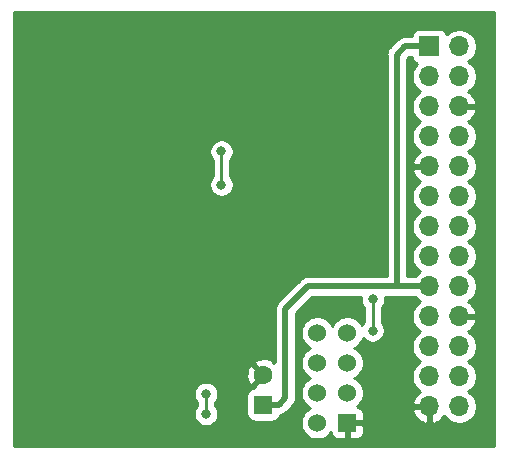
<source format=gbr>
G04 #@! TF.GenerationSoftware,KiCad,Pcbnew,(5.1.5-0-10_14)*
G04 #@! TF.CreationDate,2020-05-04T22:30:03+03:00*
G04 #@! TF.ProjectId,PiGate,50694761-7465-42e6-9b69-6361645f7063,rev?*
G04 #@! TF.SameCoordinates,Original*
G04 #@! TF.FileFunction,Copper,L2,Bot*
G04 #@! TF.FilePolarity,Positive*
%FSLAX46Y46*%
G04 Gerber Fmt 4.6, Leading zero omitted, Abs format (unit mm)*
G04 Created by KiCad (PCBNEW (5.1.5-0-10_14)) date 2020-05-04 22:30:03*
%MOMM*%
%LPD*%
G04 APERTURE LIST*
%ADD10O,1.700000X1.700000*%
%ADD11R,1.700000X1.700000*%
%ADD12C,1.524000*%
%ADD13R,1.524000X1.524000*%
%ADD14C,1.600000*%
%ADD15R,1.600000X1.600000*%
%ADD16C,0.800000*%
%ADD17C,0.250000*%
%ADD18C,0.500000*%
%ADD19C,0.254000*%
G04 APERTURE END LIST*
D10*
X130395302Y-84030000D03*
X127855302Y-84030000D03*
X130395302Y-81490000D03*
X127855302Y-81490000D03*
X130395302Y-78950000D03*
X127855302Y-78950000D03*
X130395302Y-76410000D03*
X127855302Y-76410000D03*
X130395302Y-73870000D03*
X127855302Y-73870000D03*
X130395302Y-71330000D03*
X127855302Y-71330000D03*
X130395302Y-68790000D03*
X127855302Y-68790000D03*
X130395302Y-66250000D03*
X127855302Y-66250000D03*
X130395302Y-63710000D03*
X127855302Y-63710000D03*
X130395302Y-61170000D03*
X127855302Y-61170000D03*
X130395302Y-58630000D03*
X127855302Y-58630000D03*
X130395302Y-56090000D03*
X127855302Y-56090000D03*
X130395302Y-53550000D03*
D11*
X127855302Y-53550000D03*
D12*
X118364000Y-77800200D03*
X120904000Y-77800200D03*
X118364000Y-80340200D03*
X120904000Y-80340200D03*
X118364000Y-82880200D03*
X120904000Y-82880200D03*
X118364000Y-85420200D03*
D13*
X120904000Y-85420200D03*
D14*
X113817400Y-81370800D03*
D15*
X113817400Y-83870800D03*
D16*
X94970600Y-53086000D03*
X116651800Y-55560200D03*
X117563400Y-65672200D03*
X116586000Y-69621400D03*
X108966000Y-84658200D03*
X108966000Y-82956400D03*
X123063000Y-77597000D03*
X123088400Y-74904600D03*
X110261400Y-65252600D03*
X110261400Y-62433200D03*
D17*
X125069600Y-73888600D02*
X117671400Y-73870000D01*
X127855302Y-73870000D02*
X125069600Y-73888600D01*
X125069600Y-54279800D02*
X125069600Y-73888600D01*
X125799400Y-53550000D02*
X125069600Y-54279800D01*
D18*
X115671600Y-75742800D02*
X117475000Y-73939400D01*
X115671600Y-83316600D02*
X115671600Y-75742800D01*
X115117400Y-83870800D02*
X115671600Y-83316600D01*
X113817400Y-83870800D02*
X115117400Y-83870800D01*
D17*
X117671400Y-73870000D02*
X117475000Y-73939400D01*
D18*
X117475000Y-73939400D02*
X117544400Y-73870000D01*
D17*
X125806200Y-53543200D02*
X125799400Y-53550000D01*
D18*
X117544400Y-73870000D02*
X125254200Y-73870000D01*
X125254200Y-73870000D02*
X127855302Y-73870000D01*
X125813000Y-53550000D02*
X127855302Y-53550000D01*
X125806200Y-53543200D02*
X125813000Y-53550000D01*
X125120400Y-73736200D02*
X125120400Y-54229000D01*
X125120400Y-54229000D02*
X125806200Y-53543200D01*
X125254200Y-73870000D02*
X125120400Y-73736200D01*
D17*
X108966000Y-84658200D02*
X108966000Y-82956400D01*
X123063000Y-77597000D02*
X123063000Y-74930000D01*
X123063000Y-74930000D02*
X123088400Y-74904600D01*
X110261400Y-65252600D02*
X110261400Y-62433200D01*
D19*
G36*
X133340001Y-87340000D02*
G01*
X92660000Y-87340000D01*
X92660000Y-82854461D01*
X107931000Y-82854461D01*
X107931000Y-83058339D01*
X107970774Y-83258298D01*
X108048795Y-83446656D01*
X108162063Y-83616174D01*
X108206001Y-83660112D01*
X108206000Y-83954489D01*
X108162063Y-83998426D01*
X108048795Y-84167944D01*
X107970774Y-84356302D01*
X107931000Y-84556261D01*
X107931000Y-84760139D01*
X107970774Y-84960098D01*
X108048795Y-85148456D01*
X108162063Y-85317974D01*
X108306226Y-85462137D01*
X108475744Y-85575405D01*
X108664102Y-85653426D01*
X108864061Y-85693200D01*
X109067939Y-85693200D01*
X109267898Y-85653426D01*
X109456256Y-85575405D01*
X109625774Y-85462137D01*
X109769937Y-85317974D01*
X109883205Y-85148456D01*
X109961226Y-84960098D01*
X110001000Y-84760139D01*
X110001000Y-84556261D01*
X109961226Y-84356302D01*
X109883205Y-84167944D01*
X109769937Y-83998426D01*
X109726000Y-83954489D01*
X109726000Y-83660111D01*
X109769937Y-83616174D01*
X109883205Y-83446656D01*
X109961226Y-83258298D01*
X109998521Y-83070800D01*
X112379328Y-83070800D01*
X112379328Y-84670800D01*
X112391588Y-84795282D01*
X112427898Y-84914980D01*
X112486863Y-85025294D01*
X112566215Y-85121985D01*
X112662906Y-85201337D01*
X112773220Y-85260302D01*
X112892918Y-85296612D01*
X113017400Y-85308872D01*
X114617400Y-85308872D01*
X114741882Y-85296612D01*
X114861580Y-85260302D01*
X114971894Y-85201337D01*
X115068585Y-85121985D01*
X115147937Y-85025294D01*
X115206902Y-84914980D01*
X115243212Y-84795282D01*
X115247945Y-84747225D01*
X115290890Y-84742995D01*
X115457713Y-84692389D01*
X115611459Y-84610211D01*
X115746217Y-84499617D01*
X115773934Y-84465844D01*
X116266645Y-83973133D01*
X116300417Y-83945417D01*
X116411011Y-83810659D01*
X116493189Y-83656913D01*
X116543795Y-83490090D01*
X116556600Y-83360077D01*
X116556600Y-83360067D01*
X116560881Y-83316601D01*
X116556600Y-83273135D01*
X116556600Y-76109378D01*
X117910979Y-74755000D01*
X122062880Y-74755000D01*
X122053400Y-74802661D01*
X122053400Y-75006539D01*
X122093174Y-75206498D01*
X122171195Y-75394856D01*
X122284463Y-75564374D01*
X122303001Y-75582912D01*
X122303000Y-76893289D01*
X122259063Y-76937226D01*
X122145795Y-77106744D01*
X122136231Y-77129832D01*
X121989120Y-76909665D01*
X121794535Y-76715080D01*
X121565727Y-76562195D01*
X121311490Y-76456886D01*
X121041592Y-76403200D01*
X120766408Y-76403200D01*
X120496510Y-76456886D01*
X120242273Y-76562195D01*
X120013465Y-76715080D01*
X119818880Y-76909665D01*
X119665995Y-77138473D01*
X119634000Y-77215715D01*
X119602005Y-77138473D01*
X119449120Y-76909665D01*
X119254535Y-76715080D01*
X119025727Y-76562195D01*
X118771490Y-76456886D01*
X118501592Y-76403200D01*
X118226408Y-76403200D01*
X117956510Y-76456886D01*
X117702273Y-76562195D01*
X117473465Y-76715080D01*
X117278880Y-76909665D01*
X117125995Y-77138473D01*
X117020686Y-77392710D01*
X116967000Y-77662608D01*
X116967000Y-77937792D01*
X117020686Y-78207690D01*
X117125995Y-78461927D01*
X117278880Y-78690735D01*
X117473465Y-78885320D01*
X117702273Y-79038205D01*
X117779515Y-79070200D01*
X117702273Y-79102195D01*
X117473465Y-79255080D01*
X117278880Y-79449665D01*
X117125995Y-79678473D01*
X117020686Y-79932710D01*
X116967000Y-80202608D01*
X116967000Y-80477792D01*
X117020686Y-80747690D01*
X117125995Y-81001927D01*
X117278880Y-81230735D01*
X117473465Y-81425320D01*
X117702273Y-81578205D01*
X117779515Y-81610200D01*
X117702273Y-81642195D01*
X117473465Y-81795080D01*
X117278880Y-81989665D01*
X117125995Y-82218473D01*
X117020686Y-82472710D01*
X116967000Y-82742608D01*
X116967000Y-83017792D01*
X117020686Y-83287690D01*
X117125995Y-83541927D01*
X117278880Y-83770735D01*
X117473465Y-83965320D01*
X117702273Y-84118205D01*
X117779515Y-84150200D01*
X117702273Y-84182195D01*
X117473465Y-84335080D01*
X117278880Y-84529665D01*
X117125995Y-84758473D01*
X117020686Y-85012710D01*
X116967000Y-85282608D01*
X116967000Y-85557792D01*
X117020686Y-85827690D01*
X117125995Y-86081927D01*
X117278880Y-86310735D01*
X117473465Y-86505320D01*
X117702273Y-86658205D01*
X117956510Y-86763514D01*
X118226408Y-86817200D01*
X118501592Y-86817200D01*
X118771490Y-86763514D01*
X119025727Y-86658205D01*
X119254535Y-86505320D01*
X119449120Y-86310735D01*
X119507920Y-86222735D01*
X119516188Y-86306682D01*
X119552498Y-86426380D01*
X119611463Y-86536694D01*
X119690815Y-86633385D01*
X119787506Y-86712737D01*
X119897820Y-86771702D01*
X120017518Y-86808012D01*
X120142000Y-86820272D01*
X120618250Y-86817200D01*
X120777000Y-86658450D01*
X120777000Y-85547200D01*
X121031000Y-85547200D01*
X121031000Y-86658450D01*
X121189750Y-86817200D01*
X121666000Y-86820272D01*
X121790482Y-86808012D01*
X121910180Y-86771702D01*
X122020494Y-86712737D01*
X122117185Y-86633385D01*
X122196537Y-86536694D01*
X122255502Y-86426380D01*
X122291812Y-86306682D01*
X122304072Y-86182200D01*
X122301000Y-85705950D01*
X122142250Y-85547200D01*
X121031000Y-85547200D01*
X120777000Y-85547200D01*
X120757000Y-85547200D01*
X120757000Y-85293200D01*
X120777000Y-85293200D01*
X120777000Y-85273200D01*
X121031000Y-85273200D01*
X121031000Y-85293200D01*
X122142250Y-85293200D01*
X122301000Y-85134450D01*
X122304072Y-84658200D01*
X122291812Y-84533718D01*
X122255502Y-84414020D01*
X122241001Y-84386890D01*
X126413826Y-84386890D01*
X126458477Y-84534099D01*
X126583661Y-84796920D01*
X126757714Y-85030269D01*
X126973947Y-85225178D01*
X127224050Y-85374157D01*
X127498411Y-85471481D01*
X127728302Y-85350814D01*
X127728302Y-84157000D01*
X126535147Y-84157000D01*
X126413826Y-84386890D01*
X122241001Y-84386890D01*
X122196537Y-84303706D01*
X122117185Y-84207015D01*
X122020494Y-84127663D01*
X121910180Y-84068698D01*
X121790482Y-84032388D01*
X121706535Y-84024120D01*
X121794535Y-83965320D01*
X121989120Y-83770735D01*
X122142005Y-83541927D01*
X122247314Y-83287690D01*
X122301000Y-83017792D01*
X122301000Y-82742608D01*
X122247314Y-82472710D01*
X122142005Y-82218473D01*
X121989120Y-81989665D01*
X121794535Y-81795080D01*
X121565727Y-81642195D01*
X121488485Y-81610200D01*
X121565727Y-81578205D01*
X121794535Y-81425320D01*
X121989120Y-81230735D01*
X122142005Y-81001927D01*
X122247314Y-80747690D01*
X122301000Y-80477792D01*
X122301000Y-80202608D01*
X122247314Y-79932710D01*
X122142005Y-79678473D01*
X121989120Y-79449665D01*
X121794535Y-79255080D01*
X121565727Y-79102195D01*
X121488485Y-79070200D01*
X121565727Y-79038205D01*
X121794535Y-78885320D01*
X121989120Y-78690735D01*
X122142005Y-78461927D01*
X122239259Y-78227136D01*
X122259063Y-78256774D01*
X122403226Y-78400937D01*
X122572744Y-78514205D01*
X122761102Y-78592226D01*
X122961061Y-78632000D01*
X123164939Y-78632000D01*
X123364898Y-78592226D01*
X123553256Y-78514205D01*
X123722774Y-78400937D01*
X123866937Y-78256774D01*
X123980205Y-78087256D01*
X124058226Y-77898898D01*
X124098000Y-77698939D01*
X124098000Y-77495061D01*
X124058226Y-77295102D01*
X123980205Y-77106744D01*
X123866937Y-76937226D01*
X123823000Y-76893289D01*
X123823000Y-75633711D01*
X123892337Y-75564374D01*
X124005605Y-75394856D01*
X124083626Y-75206498D01*
X124123400Y-75006539D01*
X124123400Y-74802661D01*
X124113920Y-74755000D01*
X125210731Y-74755000D01*
X125254200Y-74759281D01*
X125297669Y-74755000D01*
X126660646Y-74755000D01*
X126701827Y-74816632D01*
X126908670Y-75023475D01*
X127083062Y-75140000D01*
X126908670Y-75256525D01*
X126701827Y-75463368D01*
X126539312Y-75706589D01*
X126427370Y-75976842D01*
X126370302Y-76263740D01*
X126370302Y-76556260D01*
X126427370Y-76843158D01*
X126539312Y-77113411D01*
X126701827Y-77356632D01*
X126908670Y-77563475D01*
X127083062Y-77680000D01*
X126908670Y-77796525D01*
X126701827Y-78003368D01*
X126539312Y-78246589D01*
X126427370Y-78516842D01*
X126370302Y-78803740D01*
X126370302Y-79096260D01*
X126427370Y-79383158D01*
X126539312Y-79653411D01*
X126701827Y-79896632D01*
X126908670Y-80103475D01*
X127083062Y-80220000D01*
X126908670Y-80336525D01*
X126701827Y-80543368D01*
X126539312Y-80786589D01*
X126427370Y-81056842D01*
X126370302Y-81343740D01*
X126370302Y-81636260D01*
X126427370Y-81923158D01*
X126539312Y-82193411D01*
X126701827Y-82436632D01*
X126908670Y-82643475D01*
X127090836Y-82765195D01*
X126973947Y-82834822D01*
X126757714Y-83029731D01*
X126583661Y-83263080D01*
X126458477Y-83525901D01*
X126413826Y-83673110D01*
X126535147Y-83903000D01*
X127728302Y-83903000D01*
X127728302Y-83883000D01*
X127982302Y-83883000D01*
X127982302Y-83903000D01*
X128002302Y-83903000D01*
X128002302Y-84157000D01*
X127982302Y-84157000D01*
X127982302Y-85350814D01*
X128212193Y-85471481D01*
X128486554Y-85374157D01*
X128736657Y-85225178D01*
X128952890Y-85030269D01*
X129124202Y-84800594D01*
X129241827Y-84976632D01*
X129448670Y-85183475D01*
X129691891Y-85345990D01*
X129962144Y-85457932D01*
X130249042Y-85515000D01*
X130541562Y-85515000D01*
X130828460Y-85457932D01*
X131098713Y-85345990D01*
X131341934Y-85183475D01*
X131548777Y-84976632D01*
X131711292Y-84733411D01*
X131823234Y-84463158D01*
X131880302Y-84176260D01*
X131880302Y-83883740D01*
X131823234Y-83596842D01*
X131711292Y-83326589D01*
X131548777Y-83083368D01*
X131341934Y-82876525D01*
X131167542Y-82760000D01*
X131341934Y-82643475D01*
X131548777Y-82436632D01*
X131711292Y-82193411D01*
X131823234Y-81923158D01*
X131880302Y-81636260D01*
X131880302Y-81343740D01*
X131823234Y-81056842D01*
X131711292Y-80786589D01*
X131548777Y-80543368D01*
X131341934Y-80336525D01*
X131167542Y-80220000D01*
X131341934Y-80103475D01*
X131548777Y-79896632D01*
X131711292Y-79653411D01*
X131823234Y-79383158D01*
X131880302Y-79096260D01*
X131880302Y-78803740D01*
X131823234Y-78516842D01*
X131711292Y-78246589D01*
X131548777Y-78003368D01*
X131341934Y-77796525D01*
X131159768Y-77674805D01*
X131276657Y-77605178D01*
X131492890Y-77410269D01*
X131666943Y-77176920D01*
X131792127Y-76914099D01*
X131836778Y-76766890D01*
X131715457Y-76537000D01*
X130522302Y-76537000D01*
X130522302Y-76557000D01*
X130268302Y-76557000D01*
X130268302Y-76537000D01*
X130248302Y-76537000D01*
X130248302Y-76283000D01*
X130268302Y-76283000D01*
X130268302Y-76263000D01*
X130522302Y-76263000D01*
X130522302Y-76283000D01*
X131715457Y-76283000D01*
X131836778Y-76053110D01*
X131792127Y-75905901D01*
X131666943Y-75643080D01*
X131492890Y-75409731D01*
X131276657Y-75214822D01*
X131159768Y-75145195D01*
X131341934Y-75023475D01*
X131548777Y-74816632D01*
X131711292Y-74573411D01*
X131823234Y-74303158D01*
X131880302Y-74016260D01*
X131880302Y-73723740D01*
X131823234Y-73436842D01*
X131711292Y-73166589D01*
X131548777Y-72923368D01*
X131341934Y-72716525D01*
X131167542Y-72600000D01*
X131341934Y-72483475D01*
X131548777Y-72276632D01*
X131711292Y-72033411D01*
X131823234Y-71763158D01*
X131880302Y-71476260D01*
X131880302Y-71183740D01*
X131823234Y-70896842D01*
X131711292Y-70626589D01*
X131548777Y-70383368D01*
X131341934Y-70176525D01*
X131167542Y-70060000D01*
X131341934Y-69943475D01*
X131548777Y-69736632D01*
X131711292Y-69493411D01*
X131823234Y-69223158D01*
X131880302Y-68936260D01*
X131880302Y-68643740D01*
X131823234Y-68356842D01*
X131711292Y-68086589D01*
X131548777Y-67843368D01*
X131341934Y-67636525D01*
X131167542Y-67520000D01*
X131341934Y-67403475D01*
X131548777Y-67196632D01*
X131711292Y-66953411D01*
X131823234Y-66683158D01*
X131880302Y-66396260D01*
X131880302Y-66103740D01*
X131823234Y-65816842D01*
X131711292Y-65546589D01*
X131548777Y-65303368D01*
X131341934Y-65096525D01*
X131167542Y-64980000D01*
X131341934Y-64863475D01*
X131548777Y-64656632D01*
X131711292Y-64413411D01*
X131823234Y-64143158D01*
X131880302Y-63856260D01*
X131880302Y-63563740D01*
X131823234Y-63276842D01*
X131711292Y-63006589D01*
X131548777Y-62763368D01*
X131341934Y-62556525D01*
X131167542Y-62440000D01*
X131341934Y-62323475D01*
X131548777Y-62116632D01*
X131711292Y-61873411D01*
X131823234Y-61603158D01*
X131880302Y-61316260D01*
X131880302Y-61023740D01*
X131823234Y-60736842D01*
X131711292Y-60466589D01*
X131548777Y-60223368D01*
X131341934Y-60016525D01*
X131159768Y-59894805D01*
X131276657Y-59825178D01*
X131492890Y-59630269D01*
X131666943Y-59396920D01*
X131792127Y-59134099D01*
X131836778Y-58986890D01*
X131715457Y-58757000D01*
X130522302Y-58757000D01*
X130522302Y-58777000D01*
X130268302Y-58777000D01*
X130268302Y-58757000D01*
X130248302Y-58757000D01*
X130248302Y-58503000D01*
X130268302Y-58503000D01*
X130268302Y-58483000D01*
X130522302Y-58483000D01*
X130522302Y-58503000D01*
X131715457Y-58503000D01*
X131836778Y-58273110D01*
X131792127Y-58125901D01*
X131666943Y-57863080D01*
X131492890Y-57629731D01*
X131276657Y-57434822D01*
X131159768Y-57365195D01*
X131341934Y-57243475D01*
X131548777Y-57036632D01*
X131711292Y-56793411D01*
X131823234Y-56523158D01*
X131880302Y-56236260D01*
X131880302Y-55943740D01*
X131823234Y-55656842D01*
X131711292Y-55386589D01*
X131548777Y-55143368D01*
X131341934Y-54936525D01*
X131167542Y-54820000D01*
X131341934Y-54703475D01*
X131548777Y-54496632D01*
X131711292Y-54253411D01*
X131823234Y-53983158D01*
X131880302Y-53696260D01*
X131880302Y-53403740D01*
X131823234Y-53116842D01*
X131711292Y-52846589D01*
X131548777Y-52603368D01*
X131341934Y-52396525D01*
X131098713Y-52234010D01*
X130828460Y-52122068D01*
X130541562Y-52065000D01*
X130249042Y-52065000D01*
X129962144Y-52122068D01*
X129691891Y-52234010D01*
X129448670Y-52396525D01*
X129316815Y-52528380D01*
X129294804Y-52455820D01*
X129235839Y-52345506D01*
X129156487Y-52248815D01*
X129059796Y-52169463D01*
X128949482Y-52110498D01*
X128829784Y-52074188D01*
X128705302Y-52061928D01*
X127005302Y-52061928D01*
X126880820Y-52074188D01*
X126761122Y-52110498D01*
X126650808Y-52169463D01*
X126554117Y-52248815D01*
X126474765Y-52345506D01*
X126415800Y-52455820D01*
X126379490Y-52575518D01*
X126370677Y-52665000D01*
X125918716Y-52665000D01*
X125806200Y-52653919D01*
X125632710Y-52671005D01*
X125465886Y-52721611D01*
X125312141Y-52803789D01*
X125211153Y-52886668D01*
X125211149Y-52886672D01*
X125177383Y-52914383D01*
X125149671Y-52948150D01*
X124525351Y-53572471D01*
X124491584Y-53600183D01*
X124463871Y-53633951D01*
X124463868Y-53633954D01*
X124380990Y-53734941D01*
X124298812Y-53888687D01*
X124248205Y-54055510D01*
X124231119Y-54229000D01*
X124235401Y-54272479D01*
X124235400Y-72985000D01*
X117587865Y-72985000D01*
X117544399Y-72980719D01*
X117500933Y-72985000D01*
X117500923Y-72985000D01*
X117370910Y-72997805D01*
X117204087Y-73048411D01*
X117050341Y-73130589D01*
X116915583Y-73241183D01*
X116887868Y-73274954D01*
X116879959Y-73282863D01*
X116879953Y-73282868D01*
X115076551Y-75086271D01*
X115042784Y-75113983D01*
X115015071Y-75147751D01*
X115015068Y-75147754D01*
X114932190Y-75248741D01*
X114850012Y-75402487D01*
X114799405Y-75569310D01*
X114782319Y-75742800D01*
X114786601Y-75786279D01*
X114786600Y-80301653D01*
X114746770Y-80261823D01*
X114630497Y-80378096D01*
X114558914Y-80134129D01*
X114303404Y-80013229D01*
X114029216Y-79944500D01*
X113746888Y-79930583D01*
X113467270Y-79972013D01*
X113201108Y-80067197D01*
X113075886Y-80134129D01*
X113004303Y-80378098D01*
X113817400Y-81191195D01*
X113831543Y-81177053D01*
X114011148Y-81356658D01*
X113997005Y-81370800D01*
X114011148Y-81384943D01*
X113831543Y-81564548D01*
X113817400Y-81550405D01*
X113004303Y-82363502D01*
X113024615Y-82432728D01*
X113017400Y-82432728D01*
X112892918Y-82444988D01*
X112773220Y-82481298D01*
X112662906Y-82540263D01*
X112566215Y-82619615D01*
X112486863Y-82716306D01*
X112427898Y-82826620D01*
X112391588Y-82946318D01*
X112379328Y-83070800D01*
X109998521Y-83070800D01*
X110001000Y-83058339D01*
X110001000Y-82854461D01*
X109961226Y-82654502D01*
X109883205Y-82466144D01*
X109769937Y-82296626D01*
X109625774Y-82152463D01*
X109456256Y-82039195D01*
X109267898Y-81961174D01*
X109067939Y-81921400D01*
X108864061Y-81921400D01*
X108664102Y-81961174D01*
X108475744Y-82039195D01*
X108306226Y-82152463D01*
X108162063Y-82296626D01*
X108048795Y-82466144D01*
X107970774Y-82654502D01*
X107931000Y-82854461D01*
X92660000Y-82854461D01*
X92660000Y-81441312D01*
X112377183Y-81441312D01*
X112418613Y-81720930D01*
X112513797Y-81987092D01*
X112580729Y-82112314D01*
X112824698Y-82183897D01*
X113637795Y-81370800D01*
X112824698Y-80557703D01*
X112580729Y-80629286D01*
X112459829Y-80884796D01*
X112391100Y-81158984D01*
X112377183Y-81441312D01*
X92660000Y-81441312D01*
X92660000Y-62331261D01*
X109226400Y-62331261D01*
X109226400Y-62535139D01*
X109266174Y-62735098D01*
X109344195Y-62923456D01*
X109457463Y-63092974D01*
X109501401Y-63136912D01*
X109501400Y-64548889D01*
X109457463Y-64592826D01*
X109344195Y-64762344D01*
X109266174Y-64950702D01*
X109226400Y-65150661D01*
X109226400Y-65354539D01*
X109266174Y-65554498D01*
X109344195Y-65742856D01*
X109457463Y-65912374D01*
X109601626Y-66056537D01*
X109771144Y-66169805D01*
X109959502Y-66247826D01*
X110159461Y-66287600D01*
X110363339Y-66287600D01*
X110563298Y-66247826D01*
X110751656Y-66169805D01*
X110921174Y-66056537D01*
X111065337Y-65912374D01*
X111178605Y-65742856D01*
X111256626Y-65554498D01*
X111296400Y-65354539D01*
X111296400Y-65150661D01*
X111256626Y-64950702D01*
X111178605Y-64762344D01*
X111065337Y-64592826D01*
X111021400Y-64548889D01*
X111021400Y-63136911D01*
X111065337Y-63092974D01*
X111178605Y-62923456D01*
X111256626Y-62735098D01*
X111296400Y-62535139D01*
X111296400Y-62331261D01*
X111256626Y-62131302D01*
X111178605Y-61942944D01*
X111065337Y-61773426D01*
X110921174Y-61629263D01*
X110751656Y-61515995D01*
X110563298Y-61437974D01*
X110363339Y-61398200D01*
X110159461Y-61398200D01*
X109959502Y-61437974D01*
X109771144Y-61515995D01*
X109601626Y-61629263D01*
X109457463Y-61773426D01*
X109344195Y-61942944D01*
X109266174Y-62131302D01*
X109226400Y-62331261D01*
X92660000Y-62331261D01*
X92660000Y-50660000D01*
X133340000Y-50660000D01*
X133340001Y-87340000D01*
G37*
X133340001Y-87340000D02*
X92660000Y-87340000D01*
X92660000Y-82854461D01*
X107931000Y-82854461D01*
X107931000Y-83058339D01*
X107970774Y-83258298D01*
X108048795Y-83446656D01*
X108162063Y-83616174D01*
X108206001Y-83660112D01*
X108206000Y-83954489D01*
X108162063Y-83998426D01*
X108048795Y-84167944D01*
X107970774Y-84356302D01*
X107931000Y-84556261D01*
X107931000Y-84760139D01*
X107970774Y-84960098D01*
X108048795Y-85148456D01*
X108162063Y-85317974D01*
X108306226Y-85462137D01*
X108475744Y-85575405D01*
X108664102Y-85653426D01*
X108864061Y-85693200D01*
X109067939Y-85693200D01*
X109267898Y-85653426D01*
X109456256Y-85575405D01*
X109625774Y-85462137D01*
X109769937Y-85317974D01*
X109883205Y-85148456D01*
X109961226Y-84960098D01*
X110001000Y-84760139D01*
X110001000Y-84556261D01*
X109961226Y-84356302D01*
X109883205Y-84167944D01*
X109769937Y-83998426D01*
X109726000Y-83954489D01*
X109726000Y-83660111D01*
X109769937Y-83616174D01*
X109883205Y-83446656D01*
X109961226Y-83258298D01*
X109998521Y-83070800D01*
X112379328Y-83070800D01*
X112379328Y-84670800D01*
X112391588Y-84795282D01*
X112427898Y-84914980D01*
X112486863Y-85025294D01*
X112566215Y-85121985D01*
X112662906Y-85201337D01*
X112773220Y-85260302D01*
X112892918Y-85296612D01*
X113017400Y-85308872D01*
X114617400Y-85308872D01*
X114741882Y-85296612D01*
X114861580Y-85260302D01*
X114971894Y-85201337D01*
X115068585Y-85121985D01*
X115147937Y-85025294D01*
X115206902Y-84914980D01*
X115243212Y-84795282D01*
X115247945Y-84747225D01*
X115290890Y-84742995D01*
X115457713Y-84692389D01*
X115611459Y-84610211D01*
X115746217Y-84499617D01*
X115773934Y-84465844D01*
X116266645Y-83973133D01*
X116300417Y-83945417D01*
X116411011Y-83810659D01*
X116493189Y-83656913D01*
X116543795Y-83490090D01*
X116556600Y-83360077D01*
X116556600Y-83360067D01*
X116560881Y-83316601D01*
X116556600Y-83273135D01*
X116556600Y-76109378D01*
X117910979Y-74755000D01*
X122062880Y-74755000D01*
X122053400Y-74802661D01*
X122053400Y-75006539D01*
X122093174Y-75206498D01*
X122171195Y-75394856D01*
X122284463Y-75564374D01*
X122303001Y-75582912D01*
X122303000Y-76893289D01*
X122259063Y-76937226D01*
X122145795Y-77106744D01*
X122136231Y-77129832D01*
X121989120Y-76909665D01*
X121794535Y-76715080D01*
X121565727Y-76562195D01*
X121311490Y-76456886D01*
X121041592Y-76403200D01*
X120766408Y-76403200D01*
X120496510Y-76456886D01*
X120242273Y-76562195D01*
X120013465Y-76715080D01*
X119818880Y-76909665D01*
X119665995Y-77138473D01*
X119634000Y-77215715D01*
X119602005Y-77138473D01*
X119449120Y-76909665D01*
X119254535Y-76715080D01*
X119025727Y-76562195D01*
X118771490Y-76456886D01*
X118501592Y-76403200D01*
X118226408Y-76403200D01*
X117956510Y-76456886D01*
X117702273Y-76562195D01*
X117473465Y-76715080D01*
X117278880Y-76909665D01*
X117125995Y-77138473D01*
X117020686Y-77392710D01*
X116967000Y-77662608D01*
X116967000Y-77937792D01*
X117020686Y-78207690D01*
X117125995Y-78461927D01*
X117278880Y-78690735D01*
X117473465Y-78885320D01*
X117702273Y-79038205D01*
X117779515Y-79070200D01*
X117702273Y-79102195D01*
X117473465Y-79255080D01*
X117278880Y-79449665D01*
X117125995Y-79678473D01*
X117020686Y-79932710D01*
X116967000Y-80202608D01*
X116967000Y-80477792D01*
X117020686Y-80747690D01*
X117125995Y-81001927D01*
X117278880Y-81230735D01*
X117473465Y-81425320D01*
X117702273Y-81578205D01*
X117779515Y-81610200D01*
X117702273Y-81642195D01*
X117473465Y-81795080D01*
X117278880Y-81989665D01*
X117125995Y-82218473D01*
X117020686Y-82472710D01*
X116967000Y-82742608D01*
X116967000Y-83017792D01*
X117020686Y-83287690D01*
X117125995Y-83541927D01*
X117278880Y-83770735D01*
X117473465Y-83965320D01*
X117702273Y-84118205D01*
X117779515Y-84150200D01*
X117702273Y-84182195D01*
X117473465Y-84335080D01*
X117278880Y-84529665D01*
X117125995Y-84758473D01*
X117020686Y-85012710D01*
X116967000Y-85282608D01*
X116967000Y-85557792D01*
X117020686Y-85827690D01*
X117125995Y-86081927D01*
X117278880Y-86310735D01*
X117473465Y-86505320D01*
X117702273Y-86658205D01*
X117956510Y-86763514D01*
X118226408Y-86817200D01*
X118501592Y-86817200D01*
X118771490Y-86763514D01*
X119025727Y-86658205D01*
X119254535Y-86505320D01*
X119449120Y-86310735D01*
X119507920Y-86222735D01*
X119516188Y-86306682D01*
X119552498Y-86426380D01*
X119611463Y-86536694D01*
X119690815Y-86633385D01*
X119787506Y-86712737D01*
X119897820Y-86771702D01*
X120017518Y-86808012D01*
X120142000Y-86820272D01*
X120618250Y-86817200D01*
X120777000Y-86658450D01*
X120777000Y-85547200D01*
X121031000Y-85547200D01*
X121031000Y-86658450D01*
X121189750Y-86817200D01*
X121666000Y-86820272D01*
X121790482Y-86808012D01*
X121910180Y-86771702D01*
X122020494Y-86712737D01*
X122117185Y-86633385D01*
X122196537Y-86536694D01*
X122255502Y-86426380D01*
X122291812Y-86306682D01*
X122304072Y-86182200D01*
X122301000Y-85705950D01*
X122142250Y-85547200D01*
X121031000Y-85547200D01*
X120777000Y-85547200D01*
X120757000Y-85547200D01*
X120757000Y-85293200D01*
X120777000Y-85293200D01*
X120777000Y-85273200D01*
X121031000Y-85273200D01*
X121031000Y-85293200D01*
X122142250Y-85293200D01*
X122301000Y-85134450D01*
X122304072Y-84658200D01*
X122291812Y-84533718D01*
X122255502Y-84414020D01*
X122241001Y-84386890D01*
X126413826Y-84386890D01*
X126458477Y-84534099D01*
X126583661Y-84796920D01*
X126757714Y-85030269D01*
X126973947Y-85225178D01*
X127224050Y-85374157D01*
X127498411Y-85471481D01*
X127728302Y-85350814D01*
X127728302Y-84157000D01*
X126535147Y-84157000D01*
X126413826Y-84386890D01*
X122241001Y-84386890D01*
X122196537Y-84303706D01*
X122117185Y-84207015D01*
X122020494Y-84127663D01*
X121910180Y-84068698D01*
X121790482Y-84032388D01*
X121706535Y-84024120D01*
X121794535Y-83965320D01*
X121989120Y-83770735D01*
X122142005Y-83541927D01*
X122247314Y-83287690D01*
X122301000Y-83017792D01*
X122301000Y-82742608D01*
X122247314Y-82472710D01*
X122142005Y-82218473D01*
X121989120Y-81989665D01*
X121794535Y-81795080D01*
X121565727Y-81642195D01*
X121488485Y-81610200D01*
X121565727Y-81578205D01*
X121794535Y-81425320D01*
X121989120Y-81230735D01*
X122142005Y-81001927D01*
X122247314Y-80747690D01*
X122301000Y-80477792D01*
X122301000Y-80202608D01*
X122247314Y-79932710D01*
X122142005Y-79678473D01*
X121989120Y-79449665D01*
X121794535Y-79255080D01*
X121565727Y-79102195D01*
X121488485Y-79070200D01*
X121565727Y-79038205D01*
X121794535Y-78885320D01*
X121989120Y-78690735D01*
X122142005Y-78461927D01*
X122239259Y-78227136D01*
X122259063Y-78256774D01*
X122403226Y-78400937D01*
X122572744Y-78514205D01*
X122761102Y-78592226D01*
X122961061Y-78632000D01*
X123164939Y-78632000D01*
X123364898Y-78592226D01*
X123553256Y-78514205D01*
X123722774Y-78400937D01*
X123866937Y-78256774D01*
X123980205Y-78087256D01*
X124058226Y-77898898D01*
X124098000Y-77698939D01*
X124098000Y-77495061D01*
X124058226Y-77295102D01*
X123980205Y-77106744D01*
X123866937Y-76937226D01*
X123823000Y-76893289D01*
X123823000Y-75633711D01*
X123892337Y-75564374D01*
X124005605Y-75394856D01*
X124083626Y-75206498D01*
X124123400Y-75006539D01*
X124123400Y-74802661D01*
X124113920Y-74755000D01*
X125210731Y-74755000D01*
X125254200Y-74759281D01*
X125297669Y-74755000D01*
X126660646Y-74755000D01*
X126701827Y-74816632D01*
X126908670Y-75023475D01*
X127083062Y-75140000D01*
X126908670Y-75256525D01*
X126701827Y-75463368D01*
X126539312Y-75706589D01*
X126427370Y-75976842D01*
X126370302Y-76263740D01*
X126370302Y-76556260D01*
X126427370Y-76843158D01*
X126539312Y-77113411D01*
X126701827Y-77356632D01*
X126908670Y-77563475D01*
X127083062Y-77680000D01*
X126908670Y-77796525D01*
X126701827Y-78003368D01*
X126539312Y-78246589D01*
X126427370Y-78516842D01*
X126370302Y-78803740D01*
X126370302Y-79096260D01*
X126427370Y-79383158D01*
X126539312Y-79653411D01*
X126701827Y-79896632D01*
X126908670Y-80103475D01*
X127083062Y-80220000D01*
X126908670Y-80336525D01*
X126701827Y-80543368D01*
X126539312Y-80786589D01*
X126427370Y-81056842D01*
X126370302Y-81343740D01*
X126370302Y-81636260D01*
X126427370Y-81923158D01*
X126539312Y-82193411D01*
X126701827Y-82436632D01*
X126908670Y-82643475D01*
X127090836Y-82765195D01*
X126973947Y-82834822D01*
X126757714Y-83029731D01*
X126583661Y-83263080D01*
X126458477Y-83525901D01*
X126413826Y-83673110D01*
X126535147Y-83903000D01*
X127728302Y-83903000D01*
X127728302Y-83883000D01*
X127982302Y-83883000D01*
X127982302Y-83903000D01*
X128002302Y-83903000D01*
X128002302Y-84157000D01*
X127982302Y-84157000D01*
X127982302Y-85350814D01*
X128212193Y-85471481D01*
X128486554Y-85374157D01*
X128736657Y-85225178D01*
X128952890Y-85030269D01*
X129124202Y-84800594D01*
X129241827Y-84976632D01*
X129448670Y-85183475D01*
X129691891Y-85345990D01*
X129962144Y-85457932D01*
X130249042Y-85515000D01*
X130541562Y-85515000D01*
X130828460Y-85457932D01*
X131098713Y-85345990D01*
X131341934Y-85183475D01*
X131548777Y-84976632D01*
X131711292Y-84733411D01*
X131823234Y-84463158D01*
X131880302Y-84176260D01*
X131880302Y-83883740D01*
X131823234Y-83596842D01*
X131711292Y-83326589D01*
X131548777Y-83083368D01*
X131341934Y-82876525D01*
X131167542Y-82760000D01*
X131341934Y-82643475D01*
X131548777Y-82436632D01*
X131711292Y-82193411D01*
X131823234Y-81923158D01*
X131880302Y-81636260D01*
X131880302Y-81343740D01*
X131823234Y-81056842D01*
X131711292Y-80786589D01*
X131548777Y-80543368D01*
X131341934Y-80336525D01*
X131167542Y-80220000D01*
X131341934Y-80103475D01*
X131548777Y-79896632D01*
X131711292Y-79653411D01*
X131823234Y-79383158D01*
X131880302Y-79096260D01*
X131880302Y-78803740D01*
X131823234Y-78516842D01*
X131711292Y-78246589D01*
X131548777Y-78003368D01*
X131341934Y-77796525D01*
X131159768Y-77674805D01*
X131276657Y-77605178D01*
X131492890Y-77410269D01*
X131666943Y-77176920D01*
X131792127Y-76914099D01*
X131836778Y-76766890D01*
X131715457Y-76537000D01*
X130522302Y-76537000D01*
X130522302Y-76557000D01*
X130268302Y-76557000D01*
X130268302Y-76537000D01*
X130248302Y-76537000D01*
X130248302Y-76283000D01*
X130268302Y-76283000D01*
X130268302Y-76263000D01*
X130522302Y-76263000D01*
X130522302Y-76283000D01*
X131715457Y-76283000D01*
X131836778Y-76053110D01*
X131792127Y-75905901D01*
X131666943Y-75643080D01*
X131492890Y-75409731D01*
X131276657Y-75214822D01*
X131159768Y-75145195D01*
X131341934Y-75023475D01*
X131548777Y-74816632D01*
X131711292Y-74573411D01*
X131823234Y-74303158D01*
X131880302Y-74016260D01*
X131880302Y-73723740D01*
X131823234Y-73436842D01*
X131711292Y-73166589D01*
X131548777Y-72923368D01*
X131341934Y-72716525D01*
X131167542Y-72600000D01*
X131341934Y-72483475D01*
X131548777Y-72276632D01*
X131711292Y-72033411D01*
X131823234Y-71763158D01*
X131880302Y-71476260D01*
X131880302Y-71183740D01*
X131823234Y-70896842D01*
X131711292Y-70626589D01*
X131548777Y-70383368D01*
X131341934Y-70176525D01*
X131167542Y-70060000D01*
X131341934Y-69943475D01*
X131548777Y-69736632D01*
X131711292Y-69493411D01*
X131823234Y-69223158D01*
X131880302Y-68936260D01*
X131880302Y-68643740D01*
X131823234Y-68356842D01*
X131711292Y-68086589D01*
X131548777Y-67843368D01*
X131341934Y-67636525D01*
X131167542Y-67520000D01*
X131341934Y-67403475D01*
X131548777Y-67196632D01*
X131711292Y-66953411D01*
X131823234Y-66683158D01*
X131880302Y-66396260D01*
X131880302Y-66103740D01*
X131823234Y-65816842D01*
X131711292Y-65546589D01*
X131548777Y-65303368D01*
X131341934Y-65096525D01*
X131167542Y-64980000D01*
X131341934Y-64863475D01*
X131548777Y-64656632D01*
X131711292Y-64413411D01*
X131823234Y-64143158D01*
X131880302Y-63856260D01*
X131880302Y-63563740D01*
X131823234Y-63276842D01*
X131711292Y-63006589D01*
X131548777Y-62763368D01*
X131341934Y-62556525D01*
X131167542Y-62440000D01*
X131341934Y-62323475D01*
X131548777Y-62116632D01*
X131711292Y-61873411D01*
X131823234Y-61603158D01*
X131880302Y-61316260D01*
X131880302Y-61023740D01*
X131823234Y-60736842D01*
X131711292Y-60466589D01*
X131548777Y-60223368D01*
X131341934Y-60016525D01*
X131159768Y-59894805D01*
X131276657Y-59825178D01*
X131492890Y-59630269D01*
X131666943Y-59396920D01*
X131792127Y-59134099D01*
X131836778Y-58986890D01*
X131715457Y-58757000D01*
X130522302Y-58757000D01*
X130522302Y-58777000D01*
X130268302Y-58777000D01*
X130268302Y-58757000D01*
X130248302Y-58757000D01*
X130248302Y-58503000D01*
X130268302Y-58503000D01*
X130268302Y-58483000D01*
X130522302Y-58483000D01*
X130522302Y-58503000D01*
X131715457Y-58503000D01*
X131836778Y-58273110D01*
X131792127Y-58125901D01*
X131666943Y-57863080D01*
X131492890Y-57629731D01*
X131276657Y-57434822D01*
X131159768Y-57365195D01*
X131341934Y-57243475D01*
X131548777Y-57036632D01*
X131711292Y-56793411D01*
X131823234Y-56523158D01*
X131880302Y-56236260D01*
X131880302Y-55943740D01*
X131823234Y-55656842D01*
X131711292Y-55386589D01*
X131548777Y-55143368D01*
X131341934Y-54936525D01*
X131167542Y-54820000D01*
X131341934Y-54703475D01*
X131548777Y-54496632D01*
X131711292Y-54253411D01*
X131823234Y-53983158D01*
X131880302Y-53696260D01*
X131880302Y-53403740D01*
X131823234Y-53116842D01*
X131711292Y-52846589D01*
X131548777Y-52603368D01*
X131341934Y-52396525D01*
X131098713Y-52234010D01*
X130828460Y-52122068D01*
X130541562Y-52065000D01*
X130249042Y-52065000D01*
X129962144Y-52122068D01*
X129691891Y-52234010D01*
X129448670Y-52396525D01*
X129316815Y-52528380D01*
X129294804Y-52455820D01*
X129235839Y-52345506D01*
X129156487Y-52248815D01*
X129059796Y-52169463D01*
X128949482Y-52110498D01*
X128829784Y-52074188D01*
X128705302Y-52061928D01*
X127005302Y-52061928D01*
X126880820Y-52074188D01*
X126761122Y-52110498D01*
X126650808Y-52169463D01*
X126554117Y-52248815D01*
X126474765Y-52345506D01*
X126415800Y-52455820D01*
X126379490Y-52575518D01*
X126370677Y-52665000D01*
X125918716Y-52665000D01*
X125806200Y-52653919D01*
X125632710Y-52671005D01*
X125465886Y-52721611D01*
X125312141Y-52803789D01*
X125211153Y-52886668D01*
X125211149Y-52886672D01*
X125177383Y-52914383D01*
X125149671Y-52948150D01*
X124525351Y-53572471D01*
X124491584Y-53600183D01*
X124463871Y-53633951D01*
X124463868Y-53633954D01*
X124380990Y-53734941D01*
X124298812Y-53888687D01*
X124248205Y-54055510D01*
X124231119Y-54229000D01*
X124235401Y-54272479D01*
X124235400Y-72985000D01*
X117587865Y-72985000D01*
X117544399Y-72980719D01*
X117500933Y-72985000D01*
X117500923Y-72985000D01*
X117370910Y-72997805D01*
X117204087Y-73048411D01*
X117050341Y-73130589D01*
X116915583Y-73241183D01*
X116887868Y-73274954D01*
X116879959Y-73282863D01*
X116879953Y-73282868D01*
X115076551Y-75086271D01*
X115042784Y-75113983D01*
X115015071Y-75147751D01*
X115015068Y-75147754D01*
X114932190Y-75248741D01*
X114850012Y-75402487D01*
X114799405Y-75569310D01*
X114782319Y-75742800D01*
X114786601Y-75786279D01*
X114786600Y-80301653D01*
X114746770Y-80261823D01*
X114630497Y-80378096D01*
X114558914Y-80134129D01*
X114303404Y-80013229D01*
X114029216Y-79944500D01*
X113746888Y-79930583D01*
X113467270Y-79972013D01*
X113201108Y-80067197D01*
X113075886Y-80134129D01*
X113004303Y-80378098D01*
X113817400Y-81191195D01*
X113831543Y-81177053D01*
X114011148Y-81356658D01*
X113997005Y-81370800D01*
X114011148Y-81384943D01*
X113831543Y-81564548D01*
X113817400Y-81550405D01*
X113004303Y-82363502D01*
X113024615Y-82432728D01*
X113017400Y-82432728D01*
X112892918Y-82444988D01*
X112773220Y-82481298D01*
X112662906Y-82540263D01*
X112566215Y-82619615D01*
X112486863Y-82716306D01*
X112427898Y-82826620D01*
X112391588Y-82946318D01*
X112379328Y-83070800D01*
X109998521Y-83070800D01*
X110001000Y-83058339D01*
X110001000Y-82854461D01*
X109961226Y-82654502D01*
X109883205Y-82466144D01*
X109769937Y-82296626D01*
X109625774Y-82152463D01*
X109456256Y-82039195D01*
X109267898Y-81961174D01*
X109067939Y-81921400D01*
X108864061Y-81921400D01*
X108664102Y-81961174D01*
X108475744Y-82039195D01*
X108306226Y-82152463D01*
X108162063Y-82296626D01*
X108048795Y-82466144D01*
X107970774Y-82654502D01*
X107931000Y-82854461D01*
X92660000Y-82854461D01*
X92660000Y-81441312D01*
X112377183Y-81441312D01*
X112418613Y-81720930D01*
X112513797Y-81987092D01*
X112580729Y-82112314D01*
X112824698Y-82183897D01*
X113637795Y-81370800D01*
X112824698Y-80557703D01*
X112580729Y-80629286D01*
X112459829Y-80884796D01*
X112391100Y-81158984D01*
X112377183Y-81441312D01*
X92660000Y-81441312D01*
X92660000Y-62331261D01*
X109226400Y-62331261D01*
X109226400Y-62535139D01*
X109266174Y-62735098D01*
X109344195Y-62923456D01*
X109457463Y-63092974D01*
X109501401Y-63136912D01*
X109501400Y-64548889D01*
X109457463Y-64592826D01*
X109344195Y-64762344D01*
X109266174Y-64950702D01*
X109226400Y-65150661D01*
X109226400Y-65354539D01*
X109266174Y-65554498D01*
X109344195Y-65742856D01*
X109457463Y-65912374D01*
X109601626Y-66056537D01*
X109771144Y-66169805D01*
X109959502Y-66247826D01*
X110159461Y-66287600D01*
X110363339Y-66287600D01*
X110563298Y-66247826D01*
X110751656Y-66169805D01*
X110921174Y-66056537D01*
X111065337Y-65912374D01*
X111178605Y-65742856D01*
X111256626Y-65554498D01*
X111296400Y-65354539D01*
X111296400Y-65150661D01*
X111256626Y-64950702D01*
X111178605Y-64762344D01*
X111065337Y-64592826D01*
X111021400Y-64548889D01*
X111021400Y-63136911D01*
X111065337Y-63092974D01*
X111178605Y-62923456D01*
X111256626Y-62735098D01*
X111296400Y-62535139D01*
X111296400Y-62331261D01*
X111256626Y-62131302D01*
X111178605Y-61942944D01*
X111065337Y-61773426D01*
X110921174Y-61629263D01*
X110751656Y-61515995D01*
X110563298Y-61437974D01*
X110363339Y-61398200D01*
X110159461Y-61398200D01*
X109959502Y-61437974D01*
X109771144Y-61515995D01*
X109601626Y-61629263D01*
X109457463Y-61773426D01*
X109344195Y-61942944D01*
X109266174Y-62131302D01*
X109226400Y-62331261D01*
X92660000Y-62331261D01*
X92660000Y-50660000D01*
X133340000Y-50660000D01*
X133340001Y-87340000D01*
G36*
X126379490Y-54524482D02*
G01*
X126415800Y-54644180D01*
X126474765Y-54754494D01*
X126554117Y-54851185D01*
X126650808Y-54930537D01*
X126761122Y-54989502D01*
X126833682Y-55011513D01*
X126701827Y-55143368D01*
X126539312Y-55386589D01*
X126427370Y-55656842D01*
X126370302Y-55943740D01*
X126370302Y-56236260D01*
X126427370Y-56523158D01*
X126539312Y-56793411D01*
X126701827Y-57036632D01*
X126908670Y-57243475D01*
X127083062Y-57360000D01*
X126908670Y-57476525D01*
X126701827Y-57683368D01*
X126539312Y-57926589D01*
X126427370Y-58196842D01*
X126370302Y-58483740D01*
X126370302Y-58776260D01*
X126427370Y-59063158D01*
X126539312Y-59333411D01*
X126701827Y-59576632D01*
X126908670Y-59783475D01*
X127083062Y-59900000D01*
X126908670Y-60016525D01*
X126701827Y-60223368D01*
X126539312Y-60466589D01*
X126427370Y-60736842D01*
X126370302Y-61023740D01*
X126370302Y-61316260D01*
X126427370Y-61603158D01*
X126539312Y-61873411D01*
X126701827Y-62116632D01*
X126908670Y-62323475D01*
X127090836Y-62445195D01*
X126973947Y-62514822D01*
X126757714Y-62709731D01*
X126583661Y-62943080D01*
X126458477Y-63205901D01*
X126413826Y-63353110D01*
X126535147Y-63583000D01*
X127728302Y-63583000D01*
X127728302Y-63563000D01*
X127982302Y-63563000D01*
X127982302Y-63583000D01*
X128002302Y-63583000D01*
X128002302Y-63837000D01*
X127982302Y-63837000D01*
X127982302Y-63857000D01*
X127728302Y-63857000D01*
X127728302Y-63837000D01*
X126535147Y-63837000D01*
X126413826Y-64066890D01*
X126458477Y-64214099D01*
X126583661Y-64476920D01*
X126757714Y-64710269D01*
X126973947Y-64905178D01*
X127090836Y-64974805D01*
X126908670Y-65096525D01*
X126701827Y-65303368D01*
X126539312Y-65546589D01*
X126427370Y-65816842D01*
X126370302Y-66103740D01*
X126370302Y-66396260D01*
X126427370Y-66683158D01*
X126539312Y-66953411D01*
X126701827Y-67196632D01*
X126908670Y-67403475D01*
X127083062Y-67520000D01*
X126908670Y-67636525D01*
X126701827Y-67843368D01*
X126539312Y-68086589D01*
X126427370Y-68356842D01*
X126370302Y-68643740D01*
X126370302Y-68936260D01*
X126427370Y-69223158D01*
X126539312Y-69493411D01*
X126701827Y-69736632D01*
X126908670Y-69943475D01*
X127083062Y-70060000D01*
X126908670Y-70176525D01*
X126701827Y-70383368D01*
X126539312Y-70626589D01*
X126427370Y-70896842D01*
X126370302Y-71183740D01*
X126370302Y-71476260D01*
X126427370Y-71763158D01*
X126539312Y-72033411D01*
X126701827Y-72276632D01*
X126908670Y-72483475D01*
X127083062Y-72600000D01*
X126908670Y-72716525D01*
X126701827Y-72923368D01*
X126660646Y-72985000D01*
X126005400Y-72985000D01*
X126005400Y-54595578D01*
X126165979Y-54435000D01*
X126370677Y-54435000D01*
X126379490Y-54524482D01*
G37*
X126379490Y-54524482D02*
X126415800Y-54644180D01*
X126474765Y-54754494D01*
X126554117Y-54851185D01*
X126650808Y-54930537D01*
X126761122Y-54989502D01*
X126833682Y-55011513D01*
X126701827Y-55143368D01*
X126539312Y-55386589D01*
X126427370Y-55656842D01*
X126370302Y-55943740D01*
X126370302Y-56236260D01*
X126427370Y-56523158D01*
X126539312Y-56793411D01*
X126701827Y-57036632D01*
X126908670Y-57243475D01*
X127083062Y-57360000D01*
X126908670Y-57476525D01*
X126701827Y-57683368D01*
X126539312Y-57926589D01*
X126427370Y-58196842D01*
X126370302Y-58483740D01*
X126370302Y-58776260D01*
X126427370Y-59063158D01*
X126539312Y-59333411D01*
X126701827Y-59576632D01*
X126908670Y-59783475D01*
X127083062Y-59900000D01*
X126908670Y-60016525D01*
X126701827Y-60223368D01*
X126539312Y-60466589D01*
X126427370Y-60736842D01*
X126370302Y-61023740D01*
X126370302Y-61316260D01*
X126427370Y-61603158D01*
X126539312Y-61873411D01*
X126701827Y-62116632D01*
X126908670Y-62323475D01*
X127090836Y-62445195D01*
X126973947Y-62514822D01*
X126757714Y-62709731D01*
X126583661Y-62943080D01*
X126458477Y-63205901D01*
X126413826Y-63353110D01*
X126535147Y-63583000D01*
X127728302Y-63583000D01*
X127728302Y-63563000D01*
X127982302Y-63563000D01*
X127982302Y-63583000D01*
X128002302Y-63583000D01*
X128002302Y-63837000D01*
X127982302Y-63837000D01*
X127982302Y-63857000D01*
X127728302Y-63857000D01*
X127728302Y-63837000D01*
X126535147Y-63837000D01*
X126413826Y-64066890D01*
X126458477Y-64214099D01*
X126583661Y-64476920D01*
X126757714Y-64710269D01*
X126973947Y-64905178D01*
X127090836Y-64974805D01*
X126908670Y-65096525D01*
X126701827Y-65303368D01*
X126539312Y-65546589D01*
X126427370Y-65816842D01*
X126370302Y-66103740D01*
X126370302Y-66396260D01*
X126427370Y-66683158D01*
X126539312Y-66953411D01*
X126701827Y-67196632D01*
X126908670Y-67403475D01*
X127083062Y-67520000D01*
X126908670Y-67636525D01*
X126701827Y-67843368D01*
X126539312Y-68086589D01*
X126427370Y-68356842D01*
X126370302Y-68643740D01*
X126370302Y-68936260D01*
X126427370Y-69223158D01*
X126539312Y-69493411D01*
X126701827Y-69736632D01*
X126908670Y-69943475D01*
X127083062Y-70060000D01*
X126908670Y-70176525D01*
X126701827Y-70383368D01*
X126539312Y-70626589D01*
X126427370Y-70896842D01*
X126370302Y-71183740D01*
X126370302Y-71476260D01*
X126427370Y-71763158D01*
X126539312Y-72033411D01*
X126701827Y-72276632D01*
X126908670Y-72483475D01*
X127083062Y-72600000D01*
X126908670Y-72716525D01*
X126701827Y-72923368D01*
X126660646Y-72985000D01*
X126005400Y-72985000D01*
X126005400Y-54595578D01*
X126165979Y-54435000D01*
X126370677Y-54435000D01*
X126379490Y-54524482D01*
M02*

</source>
